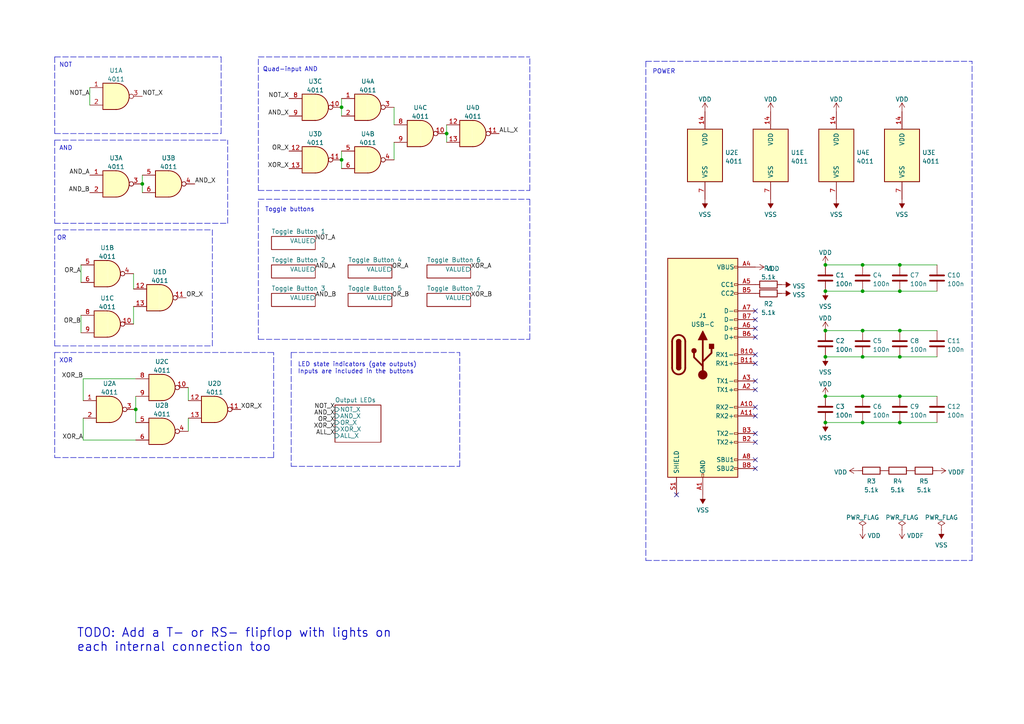
<source format=kicad_sch>
(kicad_sch (version 20211123) (generator eeschema)
  (paper "A4")
  (lib_symbols
    (symbol "4xxx:4011" (pin_names (offset 1.016))
      (property "Reference" "U" (at 0 1.27 0))
      (property "Value" "4011" (at 0 -1.27 0))
      (symbol "4011_1_1"
        (arc (start 0 -3.81) (mid 3.81 0) (end 0 3.81) (stroke (width 0.254)) (fill (type background)))
        (polyline (pts (xy 0 3.81) (xy -3.81 3.81) (xy -3.81 -3.81) (xy 0 -3.81)) (stroke (width 0.254)) (fill (type background)))
        (pin input line (at -7.62 2.54 0) (length 3.81) (name "~") (number "1"))
        (pin input line (at -7.62 -2.54 0) (length 3.81) (name "~") (number "2"))
        (pin output inverted (at 7.62 0 180) (length 3.81) (name "~") (number "3"))
      )
      (symbol "4011_1_2"
        (arc (start -3.81 -3.81) (mid -2.589 0) (end -3.81 3.81) (stroke (width 0.254)))
        (arc (start -0.6096 -3.81) (mid 2.1842 -2.5851) (end 3.81 0) (stroke (width 0.254)) (fill (type background)))
        (polyline (pts (xy -3.81 -3.81) (xy -0.635 -3.81)) (stroke (width 0.254)) (fill (type background)))
        (polyline (pts (xy -3.81 3.81) (xy -0.635 3.81)) (stroke (width 0.254)) (fill (type background)))
        (polyline (pts (xy -0.635 3.81) (xy -3.81 3.81) (xy -3.81 3.81) (xy -3.556 3.4036) (xy -3.0226 2.2606) (xy -2.6924 1.0414) (xy -2.6162 -0.254) (xy -2.7686 -1.4986) (xy -3.175 -2.7178) (xy -3.81 -3.81) (xy -3.81 -3.81) (xy -0.635 -3.81)) (stroke (width -25.4)) (fill (type background)))
        (arc (start 3.81 0) (mid 2.1915 2.5936) (end -0.6096 3.81) (stroke (width 0.254)) (fill (type background)))
        (pin input inverted (at -7.62 2.54 0) (length 4.318) (name "~") (number "1"))
        (pin input inverted (at -7.62 -2.54 0) (length 4.318) (name "~") (number "2"))
        (pin output line (at 7.62 0 180) (length 3.81) (name "~") (number "3"))
      )
      (symbol "4011_2_1"
        (arc (start 0 -3.81) (mid 3.81 0) (end 0 3.81) (stroke (width 0.254)) (fill (type background)))
        (polyline (pts (xy 0 3.81) (xy -3.81 3.81) (xy -3.81 -3.81) (xy 0 -3.81)) (stroke (width 0.254)) (fill (type background)))
        (pin output inverted (at 7.62 0 180) (length 3.81) (name "~") (number "4"))
        (pin input line (at -7.62 2.54 0) (length 3.81) (name "~") (number "5"))
        (pin input line (at -7.62 -2.54 0) (length 3.81) (name "~") (number "6"))
      )
      (symbol "4011_2_2"
        (arc (start -3.81 -3.81) (mid -2.589 0) (end -3.81 3.81) (stroke (width 0.254)))
        (arc (start -0.6096 -3.81) (mid 2.1842 -2.5851) (end 3.81 0) (stroke (width 0.254)) (fill (type background)))
        (polyline (pts (xy -3.81 -3.81) (xy -0.635 -3.81)) (stroke (width 0.254)) (fill (type background)))
        (polyline (pts (xy -3.81 3.81) (xy -0.635 3.81)) (stroke (width 0.254)) (fill (type background)))
        (polyline (pts (xy -0.635 3.81) (xy -3.81 3.81) (xy -3.81 3.81) (xy -3.556 3.4036) (xy -3.0226 2.2606) (xy -2.6924 1.0414) (xy -2.6162 -0.254) (xy -2.7686 -1.4986) (xy -3.175 -2.7178) (xy -3.81 -3.81) (xy -3.81 -3.81) (xy -0.635 -3.81)) (stroke (width -25.4)) (fill (type background)))
        (arc (start 3.81 0) (mid 2.1915 2.5936) (end -0.6096 3.81) (stroke (width 0.254)) (fill (type background)))
        (pin output line (at 7.62 0 180) (length 3.81) (name "~") (number "4"))
        (pin input inverted (at -7.62 2.54 0) (length 4.318) (name "~") (number "5"))
        (pin input inverted (at -7.62 -2.54 0) (length 4.318) (name "~") (number "6"))
      )
      (symbol "4011_3_1"
        (arc (start 0 -3.81) (mid 3.81 0) (end 0 3.81) (stroke (width 0.254)) (fill (type background)))
        (polyline (pts (xy 0 3.81) (xy -3.81 3.81) (xy -3.81 -3.81) (xy 0 -3.81)) (stroke (width 0.254)) (fill (type background)))
        (pin output inverted (at 7.62 0 180) (length 3.81) (name "~") (number "10"))
        (pin input line (at -7.62 2.54 0) (length 3.81) (name "~") (number "8"))
        (pin input line (at -7.62 -2.54 0) (length 3.81) (name "~") (number "9"))
      )
      (symbol "4011_3_2"
        (arc (start -3.81 -3.81) (mid -2.589 0) (end -3.81 3.81) (stroke (width 0.254)))
        (arc (start -0.6096 -3.81) (mid 2.1842 -2.5851) (end 3.81 0) (stroke (width 0.254)) (fill (type background)))
        (polyline (pts (xy -3.81 -3.81) (xy -0.635 -3.81)) (stroke (width 0.254)) (fill (type background)))
        (polyline (pts (xy -3.81 3.81) (xy -0.635 3.81)) (stroke (width 0.254)) (fill (type background)))
        (polyline (pts (xy -0.635 3.81) (xy -3.81 3.81) (xy -3.81 3.81) (xy -3.556 3.4036) (xy -3.0226 2.2606) (xy -2.6924 1.0414) (xy -2.6162 -0.254) (xy -2.7686 -1.4986) (xy -3.175 -2.7178) (xy -3.81 -3.81) (xy -3.81 -3.81) (xy -0.635 -3.81)) (stroke (width -25.4)) (fill (type background)))
        (arc (start 3.81 0) (mid 2.1915 2.5936) (end -0.6096 3.81) (stroke (width 0.254)) (fill (type background)))
        (pin output line (at 7.62 0 180) (length 3.81) (name "~") (number "10"))
        (pin input inverted (at -7.62 2.54 0) (length 4.318) (name "~") (number "8"))
        (pin input inverted (at -7.62 -2.54 0) (length 4.318) (name "~") (number "9"))
      )
      (symbol "4011_4_1"
        (arc (start 0 -3.81) (mid 3.81 0) (end 0 3.81) (stroke (width 0.254)) (fill (type background)))
        (polyline (pts (xy 0 3.81) (xy -3.81 3.81) (xy -3.81 -3.81) (xy 0 -3.81)) (stroke (width 0.254)) (fill (type background)))
        (pin output inverted (at 7.62 0 180) (length 3.81) (name "~") (number "11"))
        (pin input line (at -7.62 2.54 0) (length 3.81) (name "~") (number "12"))
        (pin input line (at -7.62 -2.54 0) (length 3.81) (name "~") (number "13"))
      )
      (symbol "4011_4_2"
        (arc (start -3.81 -3.81) (mid -2.589 0) (end -3.81 3.81) (stroke (width 0.254)))
        (arc (start -0.6096 -3.81) (mid 2.1842 -2.5851) (end 3.81 0) (stroke (width 0.254)) (fill (type background)))
        (polyline (pts (xy -3.81 -3.81) (xy -0.635 -3.81)) (stroke (width 0.254)) (fill (type background)))
        (polyline (pts (xy -3.81 3.81) (xy -0.635 3.81)) (stroke (width 0.254)) (fill (type background)))
        (polyline (pts (xy -0.635 3.81) (xy -3.81 3.81) (xy -3.81 3.81) (xy -3.556 3.4036) (xy -3.0226 2.2606) (xy -2.6924 1.0414) (xy -2.6162 -0.254) (xy -2.7686 -1.4986) (xy -3.175 -2.7178) (xy -3.81 -3.81) (xy -3.81 -3.81) (xy -0.635 -3.81)) (stroke (width -25.4)) (fill (type background)))
        (arc (start 3.81 0) (mid 2.1915 2.5936) (end -0.6096 3.81) (stroke (width 0.254)) (fill (type background)))
        (pin output line (at 7.62 0 180) (length 3.81) (name "~") (number "11"))
        (pin input inverted (at -7.62 2.54 0) (length 4.318) (name "~") (number "12"))
        (pin input inverted (at -7.62 -2.54 0) (length 4.318) (name "~") (number "13"))
      )
      (symbol "4011_5_0"
        (pin power_in line (at 0 12.7 270) (length 5.08) (name "VDD") (number "14"))
        (pin power_in line (at 0 -12.7 90) (length 5.08) (name "VSS") (number "7"))
      )
      (symbol "4011_5_1"
        (rectangle (start -5.08 7.62) (end 5.08 -7.62) (stroke (width 0.254)) (fill (type background)))
      )
    )
    (symbol "Connector:USB_C_Receptacle" (pin_names (offset 1.016))
      (property "Reference" "J" (at -10.16 29.21 0))
      (property "Value" "USB_C_Receptacle" (at 10.16 29.21 0))
      (symbol "USB_C_Receptacle_0_0"
        (rectangle (start -0.254 -35.56) (end 0.254 -34.544))
        (rectangle (start 10.16 -32.766) (end 9.144 -33.274))
        (rectangle (start 10.16 -30.226) (end 9.144 -30.734))
        (rectangle (start 10.16 -25.146) (end 9.144 -25.654))
        (rectangle (start 10.16 -22.606) (end 9.144 -23.114))
        (rectangle (start 10.16 -17.526) (end 9.144 -18.034))
        (rectangle (start 10.16 -14.986) (end 9.144 -15.494))
        (rectangle (start 10.16 -9.906) (end 9.144 -10.414))
        (rectangle (start 10.16 -7.366) (end 9.144 -7.874))
        (rectangle (start 10.16 -2.286) (end 9.144 -2.794))
        (rectangle (start 10.16 0.254) (end 9.144 -0.254))
        (rectangle (start 10.16 5.334) (end 9.144 4.826))
        (rectangle (start 10.16 7.874) (end 9.144 7.366))
        (rectangle (start 10.16 10.414) (end 9.144 9.906))
        (rectangle (start 10.16 12.954) (end 9.144 12.446))
        (rectangle (start 10.16 18.034) (end 9.144 17.526))
        (rectangle (start 10.16 20.574) (end 9.144 20.066))
        (rectangle (start 10.16 25.654) (end 9.144 25.146))
      )
      (symbol "USB_C_Receptacle_0_1"
        (rectangle (start -10.16 27.94) (end 10.16 -35.56) (stroke (width 0.254)) (fill (type background)))
        (arc (start -8.89 -3.81) (mid -6.985 -5.715) (end -5.08 -3.81) (stroke (width 0.508)))
        (arc (start -7.62 -3.81) (mid -6.985 -4.445) (end -6.35 -3.81) (stroke (width 0.254)))
        (arc (start -7.62 -3.81) (mid -6.985 -4.445) (end -6.35 -3.81) (stroke (width 0.254)) (fill (type outline)))
        (rectangle (start -7.62 -3.81) (end -6.35 3.81) (stroke (width 0.254)) (fill (type outline)))
        (arc (start -6.35 3.81) (mid -6.985 4.445) (end -7.62 3.81) (stroke (width 0.254)))
        (arc (start -6.35 3.81) (mid -6.985 4.445) (end -7.62 3.81) (stroke (width 0.254)) (fill (type outline)))
        (arc (start -5.08 3.81) (mid -6.985 5.715) (end -8.89 3.81) (stroke (width 0.508)))
        (polyline (pts (xy -8.89 -3.81) (xy -8.89 3.81)) (stroke (width 0.508)))
        (polyline (pts (xy -5.08 3.81) (xy -5.08 -3.81)) (stroke (width 0.508)))
      )
      (symbol "USB_C_Receptacle_1_1"
        (circle (center -2.54 1.143) (radius 0.635) (stroke (width 0.254)) (fill (type outline)))
        (circle (center 0 -5.842) (radius 1.27) (fill (type outline)))
        (polyline (pts (xy 0 -5.842) (xy 0 4.318)) (stroke (width 0.508)))
        (polyline (pts (xy 0 -3.302) (xy -2.54 -0.762) (xy -2.54 0.508)) (stroke (width 0.508)))
        (polyline (pts (xy 0 -2.032) (xy 2.54 0.508) (xy 2.54 1.778)) (stroke (width 0.508)))
        (polyline (pts (xy -1.27 4.318) (xy 0 6.858) (xy 1.27 4.318) (xy -1.27 4.318)) (stroke (width 0.254)) (fill (type outline)))
        (rectangle (start 1.905 1.778) (end 3.175 3.048) (stroke (width 0.254)) (fill (type outline)))
        (pin passive line (at 0 -40.64 90) (length 5.08) (name "GND") (number "A1"))
        (pin bidirectional line (at 15.24 -15.24 180) (length 5.08) (name "RX2-") (number "A10"))
        (pin bidirectional line (at 15.24 -17.78 180) (length 5.08) (name "RX2+") (number "A11"))
        (pin passive line (at 0 -40.64 90) (length 5.08) hide (name "GND") (number "A12"))
        (pin bidirectional line (at 15.24 -10.16 180) (length 5.08) (name "TX1+") (number "A2"))
        (pin bidirectional line (at 15.24 -7.62 180) (length 5.08) (name "TX1-") (number "A3"))
        (pin passive line (at 15.24 25.4 180) (length 5.08) (name "VBUS") (number "A4"))
        (pin bidirectional line (at 15.24 20.32 180) (length 5.08) (name "CC1") (number "A5"))
        (pin bidirectional line (at 15.24 7.62 180) (length 5.08) (name "D+") (number "A6"))
        (pin bidirectional line (at 15.24 12.7 180) (length 5.08) (name "D-") (number "A7"))
        (pin bidirectional line (at 15.24 -30.48 180) (length 5.08) (name "SBU1") (number "A8"))
        (pin passive line (at 15.24 25.4 180) (length 5.08) hide (name "VBUS") (number "A9"))
        (pin passive line (at 0 -40.64 90) (length 5.08) hide (name "GND") (number "B1"))
        (pin bidirectional line (at 15.24 0 180) (length 5.08) (name "RX1-") (number "B10"))
        (pin bidirectional line (at 15.24 -2.54 180) (length 5.08) (name "RX1+") (number "B11"))
        (pin passive line (at 0 -40.64 90) (length 5.08) hide (name "GND") (number "B12"))
        (pin bidirectional line (at 15.24 -25.4 180) (length 5.08) (name "TX2+") (number "B2"))
        (pin bidirectional line (at 15.24 -22.86 180) (length 5.08) (name "TX2-") (number "B3"))
        (pin passive line (at 15.24 25.4 180) (length 5.08) hide (name "VBUS") (number "B4"))
        (pin bidirectional line (at 15.24 17.78 180) (length 5.08) (name "CC2") (number "B5"))
        (pin bidirectional line (at 15.24 5.08 180) (length 5.08) (name "D+") (number "B6"))
        (pin bidirectional line (at 15.24 10.16 180) (length 5.08) (name "D-") (number "B7"))
        (pin bidirectional line (at 15.24 -33.02 180) (length 5.08) (name "SBU2") (number "B8"))
        (pin passive line (at 15.24 25.4 180) (length 5.08) hide (name "VBUS") (number "B9"))
        (pin passive line (at -7.62 -40.64 90) (length 5.08) (name "SHIELD") (number "S1"))
      )
    )
    (symbol "Device:C" (pin_numbers hide) (pin_names (offset 0.254))
      (property "Reference" "C" (at 0.635 2.54 0))
      (property "Value" "C" (at 0.635 -2.54 0))
      (symbol "C_0_1"
        (polyline (pts (xy -2.032 -0.762) (xy 2.032 -0.762)) (stroke (width 0.508)))
        (polyline (pts (xy -2.032 0.762) (xy 2.032 0.762)) (stroke (width 0.508)))
      )
      (symbol "C_1_1"
        (pin passive line (at 0 3.81 270) (length 2.794) (name "~") (number "1"))
        (pin passive line (at 0 -3.81 90) (length 2.794) (name "~") (number "2"))
      )
    )
    (symbol "Device:R" (pin_numbers hide) (pin_names (offset 0))
      (property "Reference" "R" (at 2.032 0 90))
      (property "Value" "R" (at 0 0 90))
      (symbol "R_0_1"
        (rectangle (start -1.016 -2.54) (end 1.016 2.54) (stroke (width 0.254)))
      )
      (symbol "R_1_1"
        (pin passive line (at 0 3.81 270) (length 1.27) (name "~") (number "1"))
        (pin passive line (at 0 -3.81 90) (length 1.27) (name "~") (number "2"))
      )
    )
    (symbol "power:PWR_FLAG" (power) (pin_numbers hide) (pin_names (offset 0) hide)
      (property "Value" "PWR_FLAG" (at 0 3.81 0))
      (symbol "PWR_FLAG_0_0"
        (pin power_out line (at 0 0 90) (length 0) (name "pwr") (number "1"))
      )
      (symbol "PWR_FLAG_0_1"
        (polyline (pts (xy 0 0) (xy 0 1.27) (xy -1.016 1.905) (xy 0 2.54) (xy 1.016 1.905) (xy 0 1.27)))
      )
    )
    (symbol "power:VDD" (power) (pin_names (offset 0))
      (property "Value" "VDD" (at 0 3.81 0))
      (symbol "VDD_0_1"
        (polyline (pts (xy -0.762 1.27) (xy 0 2.54)))
        (polyline (pts (xy 0 0) (xy 0 2.54)))
        (polyline (pts (xy 0 2.54) (xy 0.762 1.27)))
      )
      (symbol "VDD_1_1"
        (pin power_in line (at 0 0 90) (length 0) hide (name "VDD") (number "1"))
      )
    )
    (symbol "power:VDDF" (power) (pin_names (offset 0))
      (property "Value" "VDDF" (at 0 3.81 0))
      (symbol "VDDF_0_1"
        (polyline (pts (xy -0.762 1.27) (xy 0 2.54)))
        (polyline (pts (xy 0 0) (xy 0 2.54)))
        (polyline (pts (xy 0 2.54) (xy 0.762 1.27)))
      )
      (symbol "VDDF_1_1"
        (pin power_in line (at 0 0 90) (length 0) hide (name "VDDF") (number "1"))
      )
    )
    (symbol "power:VSS" (power) (pin_names (offset 0))
      (property "Value" "VSS" (at 0 3.81 0))
      (symbol "VSS_0_1"
        (polyline (pts (xy 0 0) (xy 0 2.54)))
        (polyline (pts (xy 0.762 1.27) (xy -0.762 1.27) (xy 0 2.54) (xy 0.762 1.27)) (fill (type outline)))
      )
      (symbol "VSS_1_1"
        (pin power_in line (at 0 0 90) (length 0) hide (name "VSS") (number "1"))
      )
    )
  )
  (junction (at 239.395 84.455))
  (junction (at 260.985 122.555))
  (junction (at 250.19 95.885))
  (junction (at 239.395 103.505))
  (junction (at 260.985 103.505))
  (junction (at 250.19 76.835))
  (junction (at 99.06 46.355))
  (junction (at 250.19 114.935))
  (junction (at 260.985 84.455))
  (junction (at 260.985 95.885))
  (junction (at 260.985 114.935))
  (junction (at 250.19 103.505))
  (junction (at 239.395 76.835))
  (junction (at 260.985 76.835))
  (junction (at 99.06 31.115))
  (junction (at 250.19 84.455))
  (junction (at 239.395 114.935))
  (junction (at 239.395 122.555))
  (junction (at 239.395 95.885))
  (junction (at 250.19 122.555))
  (junction (at 39.37 118.745))
  (junction (at 41.275 53.34))
  (junction (at 129.54 38.735))
  (no_connect (at 219.075 95.25))
  (no_connect (at 219.075 113.03))
  (no_connect (at 219.075 118.11))
  (no_connect (at 219.075 90.17))
  (no_connect (at 219.075 135.89))
  (no_connect (at 219.075 97.79))
  (no_connect (at 219.075 92.71))
  (no_connect (at 219.075 120.65))
  (no_connect (at 219.075 128.27))
  (no_connect (at 219.075 133.35))
  (no_connect (at 219.075 102.87))
  (no_connect (at 219.075 105.41))
  (no_connect (at 196.215 143.51))
  (no_connect (at 219.075 125.73))
  (no_connect (at 219.075 110.49))
  (wire (pts (xy 114.3 41.275) (xy 114.3 46.355)))
  (wire (pts (xy 260.985 114.935) (xy 271.78 114.935)))
  (polyline (pts (xy 153.67 55.245) (xy 153.67 16.51)))
  (wire (pts (xy 250.19 76.835) (xy 260.985 76.835)))
  (polyline (pts (xy 15.875 102.235) (xy 79.375 102.235)))
  (polyline (pts (xy 74.93 17.145) (xy 74.93 55.245)))
  (wire (pts (xy 54.61 121.285) (xy 54.61 125.095)))
  (wire (pts (xy 99.06 43.815) (xy 99.06 46.355)))
  (polyline (pts (xy 74.93 98.425) (xy 153.67 98.425)))
  (wire (pts (xy 260.985 95.885) (xy 271.78 95.885)))
  (polyline (pts (xy 74.93 55.245) (xy 153.67 55.245)))
  (wire (pts (xy 129.54 36.195) (xy 129.54 38.735)))
  (polyline (pts (xy 281.94 162.56) (xy 281.94 17.78)))
  (polyline (pts (xy 15.875 66.675) (xy 15.875 100.33)))
  (wire (pts (xy 239.395 103.505) (xy 250.19 103.505)))
  (polyline (pts (xy 61.595 100.33) (xy 61.595 66.675)))
  (wire (pts (xy 39.37 109.855) (xy 24.13 109.855)))
  (polyline (pts (xy 79.375 132.715) (xy 79.375 102.235)))
  (wire (pts (xy 24.13 127.635) (xy 24.13 121.285)))
  (wire (pts (xy 260.985 122.555) (xy 271.78 122.555)))
  (polyline (pts (xy 15.875 16.51) (xy 15.875 38.735)))
  (wire (pts (xy 250.19 95.885) (xy 260.985 95.885)))
  (polyline (pts (xy 15.875 100.33) (xy 61.595 100.33)))
  (polyline (pts (xy 84.455 102.235) (xy 133.35 102.235)))
  (wire (pts (xy 239.395 114.935) (xy 250.19 114.935)))
  (polyline (pts (xy 66.04 64.77) (xy 66.04 40.64)))
  (wire (pts (xy 260.985 84.455) (xy 271.78 84.455)))
  (wire (pts (xy 24.13 109.855) (xy 24.13 116.205)))
  (wire (pts (xy 99.06 46.355) (xy 99.06 48.895)))
  (wire (pts (xy 114.3 31.115) (xy 114.3 36.195)))
  (polyline (pts (xy 153.67 98.425) (xy 153.67 57.785)))
  (wire (pts (xy 239.395 76.835) (xy 250.19 76.835)))
  (wire (pts (xy 39.37 114.935) (xy 39.37 118.745)))
  (polyline (pts (xy 64.135 38.735) (xy 64.135 16.51)))
  (wire (pts (xy 239.395 95.885) (xy 250.19 95.885)))
  (wire (pts (xy 38.735 79.375) (xy 38.735 83.82)))
  (polyline (pts (xy 15.875 102.235) (xy 15.875 132.715)))
  (wire (pts (xy 23.495 91.44) (xy 23.495 96.52)))
  (polyline (pts (xy 133.35 135.255) (xy 133.35 102.235)))
  (wire (pts (xy 239.395 84.455) (xy 250.19 84.455)))
  (wire (pts (xy 250.19 103.505) (xy 260.985 103.505)))
  (wire (pts (xy 99.06 31.115) (xy 99.06 33.655)))
  (wire (pts (xy 23.495 76.835) (xy 23.495 81.915)))
  (polyline (pts (xy 74.93 57.785) (xy 153.67 57.785)))
  (wire (pts (xy 54.61 112.395) (xy 54.61 116.205)))
  (polyline (pts (xy 187.325 17.78) (xy 187.325 162.56)))
  (polyline (pts (xy 15.875 132.715) (xy 79.375 132.715)))
  (polyline (pts (xy 15.875 38.735) (xy 64.135 38.735)))
  (wire (pts (xy 26.035 25.4) (xy 26.035 30.48)))
  (wire (pts (xy 260.985 76.835) (xy 271.78 76.835)))
  (polyline (pts (xy 187.325 162.56) (xy 281.94 162.56)))
  (polyline (pts (xy 187.325 17.78) (xy 281.94 17.78)))
  (wire (pts (xy 250.19 84.455) (xy 260.985 84.455)))
  (polyline (pts (xy 84.455 135.255) (xy 133.35 135.255)))
  (wire (pts (xy 39.37 127.635) (xy 24.13 127.635)))
  (wire (pts (xy 129.54 38.735) (xy 129.54 41.275)))
  (wire (pts (xy 239.395 122.555) (xy 250.19 122.555)))
  (wire (pts (xy 99.06 28.575) (xy 99.06 31.115)))
  (polyline (pts (xy 15.875 40.64) (xy 15.875 64.77)))
  (polyline (pts (xy 84.455 102.235) (xy 84.455 135.255)))
  (wire (pts (xy 41.275 50.8) (xy 41.275 53.34)))
  (wire (pts (xy 41.275 53.34) (xy 41.275 55.88)))
  (polyline (pts (xy 15.875 64.77) (xy 66.04 64.77)))
  (polyline (pts (xy 15.875 16.51) (xy 64.135 16.51)))
  (wire (pts (xy 250.19 122.555) (xy 260.985 122.555)))
  (wire (pts (xy 39.37 118.745) (xy 39.37 122.555)))
  (polyline (pts (xy 15.875 66.675) (xy 61.595 66.675)))
  (wire (pts (xy 38.735 88.9) (xy 38.735 93.98)))
  (wire (pts (xy 260.985 103.505) (xy 271.78 103.505)))
  (polyline (pts (xy 74.93 16.51) (xy 153.67 16.51)))
  (polyline (pts (xy 15.875 40.64) (xy 66.04 40.64)))
  (wire (pts (xy 250.19 114.935) (xy 260.985 114.935)))
  (polyline (pts (xy 74.93 58.42) (xy 74.93 98.425)))
  (text "OR" (at 16.51 69.85 0) (effects (font (size 1.27 1.27)) (justify left bottom)))
  (text "XOR" (at 17.145 105.41 0) (effects (font (size 1.27 1.27)) (justify left bottom)))
  (text "TODO: Add a T- or RS- flipflop with lights on\neach internal connection too" (at 22.225 189.23 0) (effects (font (size 2.54 2.54) (thickness 0.254) bold) (justify left bottom)))
  (text "Quad-input AND" (at 76.2 20.955 0) (effects (font (size 1.27 1.27)) (justify left bottom)))
  (text "POWER" (at 189.23 21.59 0) (effects (font (size 1.27 1.27)) (justify left bottom)))
  (text "Toggle buttons" (at 76.835 61.595 0) (effects (font (size 1.27 1.27)) (justify left bottom)))
  (text "AND" (at 17.145 43.815 0) (effects (font (size 1.27 1.27)) (justify left bottom)))
  (text "LED state indicators (gate outputs)\nInputs are included in the buttons" (at 86.36 108.585 0) (effects (font (size 1.27 1.27)) (justify left bottom)))
  (text "NOT" (at 17.145 19.685 0) (effects (font (size 1.27 1.27)) (justify left bottom)))
  (label "NOT_X" (at 83.82 28.575 180))
  (label "AND_A" (at 26.035 50.8 180))
  (label "XOR_B" (at 24.13 109.855 180))
  (label "XOR_X" (at 83.82 48.895 180))
  (label "OR_X" (at 53.975 86.36 0))
  (label "NOT_A" (at 91.44 69.85 0))
  (label "AND_B" (at 91.44 86.36 0))
  (label "OR_B" (at 23.495 93.98 180))
  (label "OR_B" (at 113.665 86.36 0))
  (label "XOR_X" (at 97.155 124.46 180))
  (label "AND_X" (at 83.82 33.655 180))
  (label "OR_X" (at 83.82 43.815 180))
  (label "OR_A" (at 23.495 79.375 180))
  (label "NOT_A" (at 26.035 27.94 180))
  (label "XOR_B" (at 136.525 86.36 0))
  (label "NOT_X" (at 41.275 27.94 0))
  (label "NOT_X" (at 97.155 118.745 180))
  (label "OR_A" (at 113.665 78.105 0))
  (label "XOR_A" (at 24.13 127.635 180))
  (label "XOR_X" (at 69.85 118.745 0))
  (label "ALL_X" (at 97.155 126.365 180))
  (label "XOR_A" (at 136.525 78.105 0))
  (label "OR_X" (at 97.155 122.555 180))
  (label "AND_X" (at 97.155 120.65 180))
  (label "AND_B" (at 26.035 55.88 180))
  (label "ALL_X" (at 144.78 38.735 0))
  (label "AND_X" (at 56.515 53.34 0))
  (label "AND_A" (at 91.44 78.105 0))
  (symbol (lib_id "power:VSS") (at 239.395 84.455 180) (unit 1)
    (property "Reference" "#PWR010" (effects hide))
    (property "Value" "VSS" (at 239.395 88.8984 0))
  )
  (symbol (lib_id "Device:C") (at 239.395 99.695 0) (unit 1)
    (property "Reference" "C2" (at 242.316 98.8603 0) (effects (justify left)))
    (property "Value" "100n" (at 242.316 101.3972 0) (effects (justify left)))
    (property "Footprint" "Capacitor_SMD:C_0402_1005Metric" (effects hide))
    (property "Datasheet" "https://datasheet.lcsc.com/lcsc/1810191219_Samsung-Electro-Mechanics-CL05B104KO5NNNC_C1525.pdf" (effects hide))
    (property "JLC" "C1525" (effects hide))
  )
  (symbol (lib_id "4xxx:4011") (at 46.355 86.36 0) (unit 4)
    (property "Reference" "U1" (at 46.355 78.8502 0))
    (property "Value" "4011" (at 46.355 81.3871 0))
    (property "Footprint" "Package_SO:SOIC-14_3.9x8.7mm_P1.27mm" (effects hide))
    (property "Datasheet" "https://datasheet.lcsc.com/lcsc/1811031937_HGSEMI-CD4011BM-TR_C194334.pdf" (effects hide))
    (property "JLC" "C194334" (effects hide))
  )
  (symbol (lib_id "Device:C") (at 250.19 80.645 0) (unit 1)
    (property "Reference" "C4" (at 253.111 79.8103 0) (effects (justify left)))
    (property "Value" "100n" (at 253.111 82.3472 0) (effects (justify left)))
    (property "Footprint" "Capacitor_SMD:C_0402_1005Metric" (effects hide))
    (property "Datasheet" "https://datasheet.lcsc.com/lcsc/1810191219_Samsung-Electro-Mechanics-CL05B104KO5NNNC_C1525.pdf" (effects hide))
    (property "JLC" "C1525" (effects hide))
  )
  (symbol (lib_id "Device:C") (at 260.985 80.645 0) (unit 1)
    (property "Reference" "C7" (at 263.906 79.8103 0) (effects (justify left)))
    (property "Value" "100n" (at 263.906 82.3472 0) (effects (justify left)))
    (property "Footprint" "Capacitor_SMD:C_0402_1005Metric" (effects hide))
    (property "Datasheet" "https://datasheet.lcsc.com/lcsc/1810191219_Samsung-Electro-Mechanics-CL05B104KO5NNNC_C1525.pdf" (effects hide))
    (property "JLC" "C1525" (effects hide))
  )
  (symbol (lib_id "Device:R") (at 222.885 82.55 90) (unit 1)
    (property "Reference" "R1" (at 222.885 77.8342 90))
    (property "Value" "5.1k" (at 222.885 80.3711 90))
    (property "Footprint" "Resistor_SMD:R_0402_1005Metric" (effects hide))
    (property "Datasheet" "https://datasheet.lcsc.com/lcsc/2206010045_UNI-ROYAL-Uniroyal-Elec-0402WGF5101TCE_C25905.pdf" (effects hide))
    (property "JLC" "C25905" (effects hide))
  )
  (symbol (lib_id "Device:C") (at 260.985 118.745 0) (unit 1)
    (property "Reference" "C9" (at 263.906 117.9103 0) (effects (justify left)))
    (property "Value" "100n" (at 263.906 120.4472 0) (effects (justify left)))
    (property "Footprint" "Capacitor_SMD:C_0402_1005Metric" (effects hide))
    (property "Datasheet" "https://datasheet.lcsc.com/lcsc/1810191219_Samsung-Electro-Mechanics-CL05B104KO5NNNC_C1525.pdf" (effects hide))
    (property "JLC" "C1525" (effects hide))
  )
  (symbol (lib_id "4xxx:4011") (at 31.115 93.98 0) (unit 3)
    (property "Reference" "U1" (at 31.115 86.4702 0))
    (property "Value" "4011" (at 31.115 89.0071 0))
    (property "Footprint" "Package_SO:SOIC-14_3.9x8.7mm_P1.27mm" (effects hide))
    (property "Datasheet" "https://datasheet.lcsc.com/lcsc/1811031937_HGSEMI-CD4011BM-TR_C194334.pdf" (effects hide))
    (property "JLC" "C194334" (effects hide))
  )
  (symbol (lib_id "Device:C") (at 271.78 118.745 0) (unit 1)
    (property "Reference" "C12" (at 274.701 117.9103 0) (effects (justify left)))
    (property "Value" "100n" (at 274.701 120.4472 0) (effects (justify left)))
    (property "Footprint" "Capacitor_SMD:C_0402_1005Metric" (effects hide))
    (property "Datasheet" "https://datasheet.lcsc.com/lcsc/1810191219_Samsung-Electro-Mechanics-CL05B104KO5NNNC_C1525.pdf" (effects hide))
    (property "JLC" "C1525" (effects hide))
  )
  (symbol (lib_id "power:VDD") (at 242.57 32.385 0) (unit 1)
    (property "Reference" "#PWR015" (effects hide))
    (property "Value" "VDD" (at 242.57 28.8092 0))
  )
  (symbol (lib_id "Device:R") (at 260.35 136.525 90) (unit 1)
    (property "Reference" "R4" (at 260.35 139.5714 90))
    (property "Value" "5.1k" (at 260.35 142.1083 90))
    (property "Footprint" "Resistor_SMD:R_0402_1005Metric" (effects hide))
    (property "Datasheet" "https://datasheet.lcsc.com/lcsc/2206010045_UNI-ROYAL-Uniroyal-Elec-0402WGF5101TCE_C25905.pdf" (effects hide))
    (property "JLC" "C25905" (effects hide))
  )
  (symbol (lib_id "Device:C") (at 250.19 118.745 0) (unit 1)
    (property "Reference" "C6" (at 253.111 117.9103 0) (effects (justify left)))
    (property "Value" "100n" (at 253.111 120.4472 0) (effects (justify left)))
    (property "Footprint" "Capacitor_SMD:C_0402_1005Metric" (effects hide))
    (property "Datasheet" "https://datasheet.lcsc.com/lcsc/1810191219_Samsung-Electro-Mechanics-CL05B104KO5NNNC_C1525.pdf" (effects hide))
    (property "JLC" "C1525" (effects hide))
  )
  (symbol (lib_id "4xxx:4011") (at 261.62 45.085 0) (unit 5)
    (property "Reference" "U3" (at 267.462 44.2503 0) (effects (justify left)))
    (property "Value" "4011" (at 267.462 46.7872 0) (effects (justify left)))
    (property "Footprint" "Package_SO:SOIC-14_3.9x8.7mm_P1.27mm" (effects hide))
    (property "Datasheet" "https://datasheet.lcsc.com/lcsc/1811031937_HGSEMI-CD4011BM-TR_C194334.pdf" (effects hide))
    (property "JLC" "C194334" (effects hide))
  )
  (symbol (lib_id "power:VSS") (at 242.57 57.785 180) (unit 1)
    (property "Reference" "#PWR016" (effects hide))
    (property "Value" "VSS" (at 242.57 62.2284 0))
  )
  (symbol (lib_id "power:VDD") (at 239.395 95.885 0) (unit 1)
    (property "Reference" "#PWR011" (effects hide))
    (property "Value" "VDD" (at 239.395 92.3092 0))
  )
  (symbol (lib_id "Device:R") (at 222.885 85.09 90) (unit 1)
    (property "Reference" "R2" (at 222.885 88.1364 90))
    (property "Value" "5.1k" (at 222.885 90.6733 90))
    (property "Footprint" "Resistor_SMD:R_0402_1005Metric" (effects hide))
    (property "Datasheet" "https://datasheet.lcsc.com/lcsc/2206010045_UNI-ROYAL-Uniroyal-Elec-0402WGF5101TCE_C25905.pdf" (effects hide))
    (property "JLC" "C25905" (effects hide))
  )
  (symbol (lib_id "4xxx:4011") (at 106.68 31.115 0) (unit 1)
    (property "Reference" "U4" (at 106.68 23.6052 0))
    (property "Value" "4011" (at 106.68 26.1421 0))
    (property "Footprint" "Package_SO:SOIC-14_3.9x8.7mm_P1.27mm" (effects hide))
    (property "Datasheet" "https://datasheet.lcsc.com/lcsc/1811031937_HGSEMI-CD4011BM-TR_C194334.pdf" (effects hide))
    (property "JLC" "C194334" (effects hide))
  )
  (symbol (lib_id "power:VSS") (at 226.695 85.09 270) (unit 1)
    (property "Reference" "#PWR08" (effects hide))
    (property "Value" "VSS" (at 229.87 85.5238 90) (effects (justify left)))
  )
  (symbol (lib_id "power:VSS") (at 261.62 57.785 180) (unit 1)
    (property "Reference" "#PWR020" (effects hide))
    (property "Value" "VSS" (at 261.62 62.2284 0))
  )
  (symbol (lib_id "Device:C") (at 239.395 118.745 0) (unit 1)
    (property "Reference" "C3" (at 242.316 117.9103 0) (effects (justify left)))
    (property "Value" "100n" (at 242.316 120.4472 0) (effects (justify left)))
    (property "Footprint" "Capacitor_SMD:C_0402_1005Metric" (effects hide))
    (property "Datasheet" "https://datasheet.lcsc.com/lcsc/1810191219_Samsung-Electro-Mechanics-CL05B104KO5NNNC_C1525.pdf" (effects hide))
    (property "JLC" "C1525" (effects hide))
  )
  (symbol (lib_id "power:VSS") (at 203.835 143.51 180) (unit 1)
    (property "Reference" "#PWR01" (effects hide))
    (property "Value" "VSS" (at 203.835 147.9534 0))
  )
  (symbol (lib_id "power:VSS") (at 239.395 103.505 180) (unit 1)
    (property "Reference" "#PWR012" (effects hide))
    (property "Value" "VSS" (at 239.395 107.9484 0))
  )
  (symbol (lib_id "power:VSS") (at 273.05 153.67 180) (unit 1)
    (property "Reference" "#PWR023" (effects hide))
    (property "Value" "VSS" (at 273.05 158.1134 0))
  )
  (symbol (lib_id "power:VDD") (at 223.52 32.385 0) (unit 1)
    (property "Reference" "#PWR05" (effects hide))
    (property "Value" "VDD" (at 223.52 28.8092 0))
  )
  (symbol (lib_id "power:PWR_FLAG") (at 250.19 153.67 0) (unit 1)
    (property "Reference" "#FLG01" (effects hide))
    (property "Value" "PWR_FLAG" (at 250.19 150.0942 0))
  )
  (symbol (lib_id "4xxx:4011") (at 31.75 118.745 0) (unit 1)
    (property "Reference" "U2" (at 31.75 111.2352 0))
    (property "Value" "4011" (at 31.75 113.7721 0))
    (property "Footprint" "Package_SO:SOIC-14_3.9x8.7mm_P1.27mm" (effects hide))
    (property "Datasheet" "https://datasheet.lcsc.com/lcsc/1811031937_HGSEMI-CD4011BM-TR_C194334.pdf" (effects hide))
    (property "JLC" "C194334" (effects hide))
  )
  (symbol (lib_id "power:VDD") (at 219.075 77.47 270) (unit 1)
    (property "Reference" "#PWR04" (effects hide))
    (property "Value" "VDD" (at 222.25 77.9038 90) (effects (justify left)))
  )
  (symbol (lib_id "4xxx:4011") (at 91.44 31.115 0) (unit 3)
    (property "Reference" "U3" (at 91.44 23.6052 0))
    (property "Value" "4011" (at 91.44 26.1421 0))
    (property "Footprint" "Package_SO:SOIC-14_3.9x8.7mm_P1.27mm" (effects hide))
    (property "Datasheet" "https://datasheet.lcsc.com/lcsc/1811031937_HGSEMI-CD4011BM-TR_C194334.pdf" (effects hide))
    (property "JLC" "C194334" (effects hide))
  )
  (symbol (lib_id "4xxx:4011") (at 204.47 45.085 0) (unit 5)
    (property "Reference" "U2" (at 210.312 44.2503 0) (effects (justify left)))
    (property "Value" "4011" (at 210.312 46.7872 0) (effects (justify left)))
    (property "Footprint" "Package_SO:SOIC-14_3.9x8.7mm_P1.27mm" (effects hide))
    (property "Datasheet" "https://datasheet.lcsc.com/lcsc/1811031937_HGSEMI-CD4011BM-TR_C194334.pdf" (effects hide))
    (property "JLC" "C194334" (effects hide))
  )
  (symbol (lib_id "4xxx:4011") (at 33.655 27.94 0) (unit 1)
    (property "Reference" "U1" (at 33.655 20.4302 0))
    (property "Value" "4011" (at 33.655 22.9671 0))
    (property "Footprint" "Package_SO:SOIC-14_3.9x8.7mm_P1.27mm" (effects hide))
    (property "Datasheet" "https://datasheet.lcsc.com/lcsc/1811031937_HGSEMI-CD4011BM-TR_C194334.pdf" (effects hide))
    (property "JLC" "C194334" (effects hide))
  )
  (symbol (lib_id "4xxx:4011") (at 46.99 112.395 0) (unit 3)
    (property "Reference" "U2" (at 46.99 104.8852 0))
    (property "Value" "4011" (at 46.99 107.4221 0))
    (property "Footprint" "Package_SO:SOIC-14_3.9x8.7mm_P1.27mm" (effects hide))
    (property "Datasheet" "https://datasheet.lcsc.com/lcsc/1811031937_HGSEMI-CD4011BM-TR_C194334.pdf" (effects hide))
    (property "JLC" "C194334" (effects hide))
  )
  (symbol (lib_id "power:VSS") (at 226.695 82.55 270) (unit 1)
    (property "Reference" "#PWR07" (effects hide))
    (property "Value" "VSS" (at 229.87 82.9838 90) (effects (justify left)))
  )
  (symbol (lib_id "power:VSS") (at 239.395 122.555 180) (unit 1)
    (property "Reference" "#PWR014" (effects hide))
    (property "Value" "VSS" (at 239.395 126.9984 0))
  )
  (symbol (lib_id "power:PWR_FLAG") (at 273.05 153.67 0) (unit 1)
    (property "Reference" "#FLG03" (effects hide))
    (property "Value" "PWR_FLAG" (at 273.05 150.0942 0))
  )
  (symbol (lib_id "Device:R") (at 252.73 136.525 90) (unit 1)
    (property "Reference" "R3" (at 252.73 139.5714 90))
    (property "Value" "5.1k" (at 252.73 142.1083 90))
    (property "Footprint" "Resistor_SMD:R_0402_1005Metric" (effects hide))
    (property "Datasheet" "https://datasheet.lcsc.com/lcsc/2206010045_UNI-ROYAL-Uniroyal-Elec-0402WGF5101TCE_C25905.pdf" (effects hide))
    (property "JLC" "C25905" (effects hide))
  )
  (symbol (lib_id "power:VDDF") (at 261.62 153.67 180) (unit 1)
    (property "Reference" "#PWR021" (effects hide))
    (property "Value" "VDDF" (at 263.017 155.3738 0) (effects (justify right)))
  )
  (symbol (lib_id "power:VDDF") (at 271.78 136.525 270) (unit 1)
    (property "Reference" "#PWR022" (effects hide))
    (property "Value" "VDDF" (at 274.955 136.9588 90) (effects (justify left)))
  )
  (symbol (lib_id "Device:C") (at 271.78 99.695 0) (unit 1)
    (property "Reference" "C11" (at 274.701 98.8603 0) (effects (justify left)))
    (property "Value" "100n" (at 274.701 101.3972 0) (effects (justify left)))
    (property "Footprint" "Capacitor_SMD:C_0402_1005Metric" (effects hide))
    (property "Datasheet" "https://datasheet.lcsc.com/lcsc/1810191219_Samsung-Electro-Mechanics-CL05B104KO5NNNC_C1525.pdf" (effects hide))
    (property "JLC" "C1525" (effects hide))
  )
  (symbol (lib_id "power:VDD") (at 239.395 114.935 0) (unit 1)
    (property "Reference" "#PWR013" (effects hide))
    (property "Value" "VDD" (at 239.395 111.3592 0))
  )
  (symbol (lib_id "power:VDD") (at 204.47 32.385 0) (unit 1)
    (property "Reference" "#PWR02" (effects hide))
    (property "Value" "VDD" (at 204.47 28.8092 0))
  )
  (symbol (lib_id "power:VSS") (at 223.52 57.785 180) (unit 1)
    (property "Reference" "#PWR06" (effects hide))
    (property "Value" "VSS" (at 223.52 62.2284 0))
  )
  (symbol (lib_id "power:VDD") (at 250.19 153.67 180) (unit 1)
    (property "Reference" "#PWR018" (effects hide))
    (property "Value" "VDD" (at 251.587 155.3738 0) (effects (justify right)))
  )
  (symbol (lib_id "Device:C") (at 260.985 99.695 0) (unit 1)
    (property "Reference" "C8" (at 263.906 98.8603 0) (effects (justify left)))
    (property "Value" "100n" (at 263.906 101.3972 0) (effects (justify left)))
    (property "Footprint" "Capacitor_SMD:C_0402_1005Metric" (effects hide))
    (property "Datasheet" "https://datasheet.lcsc.com/lcsc/1810191219_Samsung-Electro-Mechanics-CL05B104KO5NNNC_C1525.pdf" (effects hide))
    (property "JLC" "C1525" (effects hide))
  )
  (symbol (lib_id "4xxx:4011") (at 121.92 38.735 0) (unit 3)
    (property "Reference" "U4" (at 121.92 31.2252 0))
    (property "Value" "4011" (at 121.92 33.7621 0))
    (property "Footprint" "Package_SO:SOIC-14_3.9x8.7mm_P1.27mm" (effects hide))
    (property "Datasheet" "https://datasheet.lcsc.com/lcsc/1811031937_HGSEMI-CD4011BM-TR_C194334.pdf" (effects hide))
    (property "JLC" "C194334" (effects hide))
  )
  (symbol (lib_id "4xxx:4011") (at 137.16 38.735 0) (unit 4)
    (property "Reference" "U4" (at 137.16 31.2252 0))
    (property "Value" "4011" (at 137.16 33.7621 0))
    (property "Footprint" "Package_SO:SOIC-14_3.9x8.7mm_P1.27mm" (effects hide))
    (property "Datasheet" "https://datasheet.lcsc.com/lcsc/1811031937_HGSEMI-CD4011BM-TR_C194334.pdf" (effects hide))
    (property "JLC" "C194334" (effects hide))
  )
  (symbol (lib_id "Device:C") (at 250.19 99.695 0) (unit 1)
    (property "Reference" "C5" (at 253.111 98.8603 0) (effects (justify left)))
    (property "Value" "100n" (at 253.111 101.3972 0) (effects (justify left)))
    (property "Footprint" "Capacitor_SMD:C_0402_1005Metric" (effects hide))
    (property "Datasheet" "https://datasheet.lcsc.com/lcsc/1810191219_Samsung-Electro-Mechanics-CL05B104KO5NNNC_C1525.pdf" (effects hide))
    (property "JLC" "C1525" (effects hide))
  )
  (symbol (lib_id "4xxx:4011") (at 242.57 45.085 0) (unit 5)
    (property "Reference" "U4" (at 248.412 44.2503 0) (effects (justify left)))
    (property "Value" "4011" (at 248.412 46.7872 0) (effects (justify left)))
    (property "Footprint" "Package_SO:SOIC-14_3.9x8.7mm_P1.27mm" (effects hide))
    (property "Datasheet" "https://datasheet.lcsc.com/lcsc/1811031937_HGSEMI-CD4011BM-TR_C194334.pdf" (effects hide))
    (property "JLC" "C194334" (effects hide))
  )
  (symbol (lib_id "4xxx:4011") (at 62.23 118.745 0) (unit 4)
    (property "Reference" "U2" (at 62.23 111.2352 0))
    (property "Value" "4011" (at 62.23 113.7721 0))
    (property "Footprint" "Package_SO:SOIC-14_3.9x8.7mm_P1.27mm" (effects hide))
    (property "Datasheet" "https://datasheet.lcsc.com/lcsc/1811031937_HGSEMI-CD4011BM-TR_C194334.pdf" (effects hide))
    (property "JLC" "C194334" (effects hide))
  )
  (symbol (lib_id "4xxx:4011") (at 48.895 53.34 0) (unit 2)
    (property "Reference" "U3" (at 48.895 45.8302 0))
    (property "Value" "4011" (at 48.895 48.3671 0))
    (property "Footprint" "Package_SO:SOIC-14_3.9x8.7mm_P1.27mm" (effects hide))
    (property "Datasheet" "https://datasheet.lcsc.com/lcsc/1811031937_HGSEMI-CD4011BM-TR_C194334.pdf" (effects hide))
    (property "JLC" "C194334" (effects hide))
  )
  (symbol (lib_id "4xxx:4011") (at 31.115 79.375 0) (unit 2)
    (property "Reference" "U1" (at 31.115 71.8652 0))
    (property "Value" "4011" (at 31.115 74.4021 0))
    (property "Footprint" "Package_SO:SOIC-14_3.9x8.7mm_P1.27mm" (effects hide))
    (property "Datasheet" "https://datasheet.lcsc.com/lcsc/1811031937_HGSEMI-CD4011BM-TR_C194334.pdf" (effects hide))
    (property "JLC" "C194334" (effects hide))
  )
  (symbol (lib_id "Connector:USB_C_Receptacle") (at 203.835 102.87 0) (unit 1)
    (property "Reference" "J1" (at 203.835 91.5502 0))
    (property "Value" "USB-C" (at 203.835 94.0871 0))
    (property "Footprint" "Connector_USB:USB_C_Receptacle_HRO_TYPE-C-31-M-12" (effects hide))
    (property "Datasheet" "https://www.usb.org/sites/default/files/documents/usb_type-c.zip" (effects hide))
    (property "JLC" "C165948" (effects hide))
  )
  (symbol (lib_id "Device:C") (at 239.395 80.645 0) (unit 1)
    (property "Reference" "C1" (at 242.316 79.8103 0) (effects (justify left)))
    (property "Value" "100n" (at 242.316 82.3472 0) (effects (justify left)))
    (property "Footprint" "Capacitor_SMD:C_0402_1005Metric" (effects hide))
    (property "Datasheet" "https://datasheet.lcsc.com/lcsc/1810191219_Samsung-Electro-Mechanics-CL05B104KO5NNNC_C1525.pdf" (effects hide))
    (property "JLC" "C1525" (effects hide))
  )
  (symbol (lib_id "4xxx:4011") (at 46.99 125.095 0) (unit 2)
    (property "Reference" "U2" (at 46.99 117.5852 0))
    (property "Value" "4011" (at 46.99 120.1221 0))
    (property "Footprint" "Package_SO:SOIC-14_3.9x8.7mm_P1.27mm" (effects hide))
    (property "Datasheet" "https://datasheet.lcsc.com/lcsc/1811031937_HGSEMI-CD4011BM-TR_C194334.pdf" (effects hide))
    (property "JLC" "C194334" (effects hide))
  )
  (symbol (lib_id "power:VDD") (at 248.92 136.525 90) (unit 1)
    (property "Reference" "#PWR017" (effects hide))
    (property "Value" "VDD" (at 245.745 136.9588 90) (effects (justify left)))
  )
  (symbol (lib_id "power:VDD") (at 239.395 76.835 0) (unit 1)
    (property "Reference" "#PWR09" (effects hide))
    (property "Value" "VDD" (at 239.395 73.2592 0))
  )
  (symbol (lib_id "power:VSS") (at 204.47 57.785 180) (unit 1)
    (property "Reference" "#PWR03" (effects hide))
    (property "Value" "VSS" (at 204.47 62.2284 0))
  )
  (symbol (lib_id "4xxx:4011") (at 91.44 46.355 0) (unit 4)
    (property "Reference" "U3" (at 91.44 38.8452 0))
    (property "Value" "4011" (at 91.44 41.3821 0))
    (property "Footprint" "Package_SO:SOIC-14_3.9x8.7mm_P1.27mm" (effects hide))
    (property "Datasheet" "https://datasheet.lcsc.com/lcsc/1811031937_HGSEMI-CD4011BM-TR_C194334.pdf" (effects hide))
    (property "JLC" "C194334" (effects hide))
  )
  (symbol (lib_id "4xxx:4011") (at 223.52 45.085 0) (unit 5)
    (property "Reference" "U1" (at 229.362 44.2503 0) (effects (justify left)))
    (property "Value" "4011" (at 229.362 46.7872 0) (effects (justify left)))
    (property "Footprint" "Package_SO:SOIC-14_3.9x8.7mm_P1.27mm" (effects hide))
    (property "Datasheet" "https://datasheet.lcsc.com/lcsc/1811031937_HGSEMI-CD4011BM-TR_C194334.pdf" (effects hide))
    (property "JLC" "C194334" (effects hide))
  )
  (symbol (lib_id "power:PWR_FLAG") (at 261.62 153.67 0) (unit 1)
    (property "Reference" "#FLG02" (effects hide))
    (property "Value" "PWR_FLAG" (at 261.62 150.0942 0))
  )
  (symbol (lib_id "Device:R") (at 267.97 136.525 90) (unit 1)
    (property "Reference" "R5" (at 267.97 139.5714 90))
    (property "Value" "5.1k" (at 267.97 142.1083 90))
    (property "Footprint" "Resistor_SMD:R_0402_1005Metric" (effects hide))
    (property "Datasheet" "https://datasheet.lcsc.com/lcsc/2206010045_UNI-ROYAL-Uniroyal-Elec-0402WGF5101TCE_C25905.pdf" (effects hide))
    (property "JLC" "C25905" (effects hide))
  )
  (symbol (lib_id "Device:C") (at 271.78 80.645 0) (unit 1)
    (property "Reference" "C10" (at 274.701 79.8103 0) (effects (justify left)))
    (property "Value" "100n" (at 274.701 82.3472 0) (effects (justify left)))
    (property "Footprint" "Capacitor_SMD:C_0402_1005Metric" (effects hide))
    (property "Datasheet" "https://datasheet.lcsc.com/lcsc/1810191219_Samsung-Electro-Mechanics-CL05B104KO5NNNC_C1525.pdf" (effects hide))
    (property "JLC" "C1525" (effects hide))
  )
  (symbol (lib_id "4xxx:4011") (at 106.68 46.355 0) (unit 2)
    (property "Reference" "U4" (at 106.68 38.8452 0))
    (property "Value" "4011" (at 106.68 41.3821 0))
    (property "Footprint" "Package_SO:SOIC-14_3.9x8.7mm_P1.27mm" (effects hide))
    (property "Datasheet" "https://datasheet.lcsc.com/lcsc/1811031937_HGSEMI-CD4011BM-TR_C194334.pdf" (effects hide))
    (property "JLC" "C194334" (effects hide))
  )
  (symbol (lib_id "4xxx:4011") (at 33.655 53.34 0) (unit 1)
    (property "Reference" "U3" (at 33.655 45.8302 0))
    (property "Value" "4011" (at 33.655 48.3671 0))
    (property "Footprint" "Package_SO:SOIC-14_3.9x8.7mm_P1.27mm" (effects hide))
    (property "Datasheet" "https://datasheet.lcsc.com/lcsc/1811031937_HGSEMI-CD4011BM-TR_C194334.pdf" (effects hide))
    (property "JLC" "C194334" (effects hide))
  )
  (symbol (lib_id "power:VDD") (at 261.62 32.385 0) (unit 1)
    (property "Reference" "#PWR019" (effects hide))
    (property "Value" "VDD" (at 261.62 28.8092 0))
  )
  (sheet (at 100.965 85.09) (size 12.7 3.81) (stroke (width 0.1524))
    (property "Sheet name" "Toggle Button 5" (at 100.965 84.3784 0) (effects (justify left bottom)))
    (property "Sheet file" "toggle_button.kicad_sch" (effects hide))
    (pin "VALUE" output (at 113.665 86.36 0))
  )
  (sheet (at 123.825 85.09) (size 12.7 3.81) (stroke (width 0.1524))
    (property "Sheet name" "Toggle Button 7" (at 123.825 84.3784 0) (effects (justify left bottom)))
    (property "Sheet file" "toggle_button.kicad_sch" (effects hide))
    (pin "VALUE" output (at 136.525 86.36 0))
  )
  (sheet (at 97.155 117.475) (size 13.335 10.795) (stroke (width 0.1524))
    (property "Sheet name" "Output LEDs" (at 97.155 116.7634 0) (effects (justify left bottom)))
    (property "Sheet file" "output_leds.kicad_sch" (effects hide))
    (pin "NOT_X" input (at 97.155 118.745 180))
    (pin "AND_X" input (at 97.155 120.65 180))
    (pin "OR_X" input (at 97.155 122.555 180))
    (pin "XOR_X" input (at 97.155 124.46 180))
    (pin "ALL_X" input (at 97.155 126.365 180))
  )
  (sheet (at 78.74 85.09) (size 12.7 3.81) (stroke (width 0.1524))
    (property "Sheet name" "Toggle Button 3" (at 78.74 84.3784 0) (effects (justify left bottom)))
    (property "Sheet file" "toggle_button.kicad_sch" (effects hide))
    (pin "VALUE" output (at 91.44 86.36 0))
  )
  (sheet (at 78.74 68.58) (size 12.7 3.81) (stroke (width 0.1524))
    (property "Sheet name" "Toggle Button 1" (at 78.74 67.8684 0) (effects (justify left bottom)))
    (property "Sheet file" "toggle_button.kicad_sch" (effects hide))
    (pin "VALUE" output (at 91.44 69.85 0))
  )
  (sheet (at 100.965 76.835) (size 12.7 3.81) (stroke (width 0.1524))
    (property "Sheet name" "Toggle Button 4" (at 100.965 76.1234 0) (effects (justify left bottom)))
    (property "Sheet file" "toggle_button.kicad_sch" (effects hide))
    (pin "VALUE" output (at 113.665 78.105 0))
  )
  (sheet (at 78.74 76.835) (size 12.7 3.81) (stroke (width 0.1524))
    (property "Sheet name" "Toggle Button 2" (at 78.74 76.1234 0) (effects (justify left bottom)))
    (property "Sheet file" "toggle_button.kicad_sch" (effects hide))
    (pin "VALUE" output (at 91.44 78.105 0))
  )
  (sheet (at 123.825 76.835) (size 12.7 3.81) (stroke (width 0.1524))
    (property "Sheet name" "Toggle Button 6" (at 123.825 76.1234 0) (effects (justify left bottom)))
    (property "Sheet file" "toggle_button.kicad_sch" (effects hide))
    (pin "VALUE" output (at 136.525 78.105 0))
  )
)
</source>
